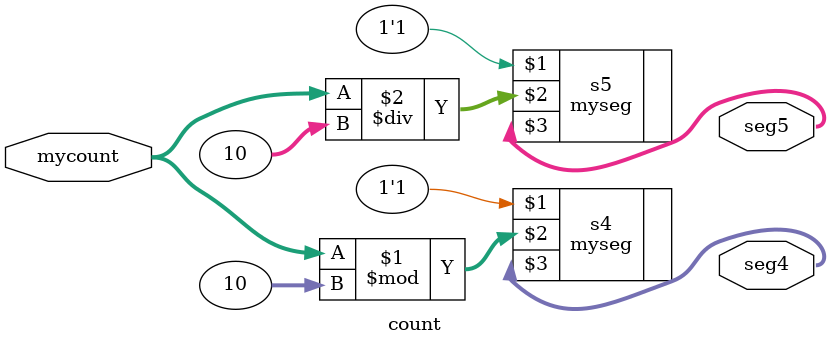
<source format=v>
module count(mycount, seg4, seg5);
	input [7:0]mycount;
	output [6:0]seg4, seg5;
	
	myseg s4(1'b1, mycount%10, seg4);
	myseg s5(1'b1, mycount/10, seg5);
//	myseg s4(1'b1, mycount[3:0], seg4);
//	myseg s5(1'b1, mycount[7:4], seg5);	
endmodule 
</source>
